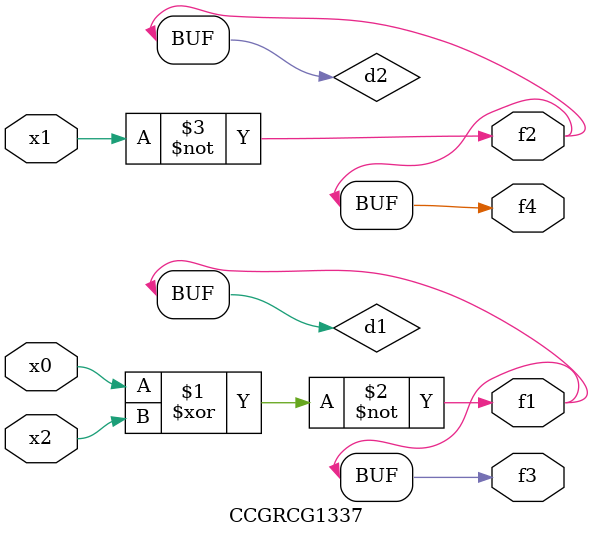
<source format=v>
module CCGRCG1337(
	input x0, x1, x2,
	output f1, f2, f3, f4
);

	wire d1, d2, d3;

	xnor (d1, x0, x2);
	nand (d2, x1);
	nor (d3, x1, x2);
	assign f1 = d1;
	assign f2 = d2;
	assign f3 = d1;
	assign f4 = d2;
endmodule

</source>
